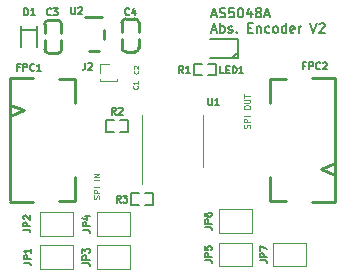
<source format=gbr>
%TF.GenerationSoftware,KiCad,Pcbnew,(6.0.7)*%
%TF.CreationDate,2025-07-27T15:57:52+08:00*%
%TF.ProjectId,Rotary_Encoder_AS5048A_V8,526f7461-7279-45f4-956e-636f6465725f,rev?*%
%TF.SameCoordinates,PXbebc200PY5f5e100*%
%TF.FileFunction,Legend,Top*%
%TF.FilePolarity,Positive*%
%FSLAX46Y46*%
G04 Gerber Fmt 4.6, Leading zero omitted, Abs format (unit mm)*
G04 Created by KiCad (PCBNEW (6.0.7)) date 2025-07-27 15:57:52*
%MOMM*%
%LPD*%
G01*
G04 APERTURE LIST*
%ADD10C,0.150000*%
%ADD11C,0.125000*%
%ADD12C,0.100000*%
%ADD13C,0.250000*%
%ADD14C,0.200000*%
%ADD15C,0.120000*%
%ADD16C,0.203200*%
G04 APERTURE END LIST*
D10*
X3329880Y10690667D02*
X3710833Y10690667D01*
X3253690Y10462096D02*
X3520357Y11262096D01*
X3787023Y10462096D01*
X4015595Y10500191D02*
X4129880Y10462096D01*
X4320357Y10462096D01*
X4396547Y10500191D01*
X4434642Y10538286D01*
X4472738Y10614477D01*
X4472738Y10690667D01*
X4434642Y10766858D01*
X4396547Y10804953D01*
X4320357Y10843048D01*
X4167976Y10881143D01*
X4091785Y10919239D01*
X4053690Y10957334D01*
X4015595Y11033524D01*
X4015595Y11109715D01*
X4053690Y11185905D01*
X4091785Y11224000D01*
X4167976Y11262096D01*
X4358452Y11262096D01*
X4472738Y11224000D01*
X5196547Y11262096D02*
X4815595Y11262096D01*
X4777500Y10881143D01*
X4815595Y10919239D01*
X4891785Y10957334D01*
X5082261Y10957334D01*
X5158452Y10919239D01*
X5196547Y10881143D01*
X5234642Y10804953D01*
X5234642Y10614477D01*
X5196547Y10538286D01*
X5158452Y10500191D01*
X5082261Y10462096D01*
X4891785Y10462096D01*
X4815595Y10500191D01*
X4777500Y10538286D01*
X5729880Y11262096D02*
X5806071Y11262096D01*
X5882261Y11224000D01*
X5920357Y11185905D01*
X5958452Y11109715D01*
X5996547Y10957334D01*
X5996547Y10766858D01*
X5958452Y10614477D01*
X5920357Y10538286D01*
X5882261Y10500191D01*
X5806071Y10462096D01*
X5729880Y10462096D01*
X5653690Y10500191D01*
X5615595Y10538286D01*
X5577500Y10614477D01*
X5539404Y10766858D01*
X5539404Y10957334D01*
X5577500Y11109715D01*
X5615595Y11185905D01*
X5653690Y11224000D01*
X5729880Y11262096D01*
X6682261Y10995429D02*
X6682261Y10462096D01*
X6491785Y11300191D02*
X6301309Y10728762D01*
X6796547Y10728762D01*
X7215595Y10919239D02*
X7139404Y10957334D01*
X7101309Y10995429D01*
X7063214Y11071620D01*
X7063214Y11109715D01*
X7101309Y11185905D01*
X7139404Y11224000D01*
X7215595Y11262096D01*
X7367976Y11262096D01*
X7444166Y11224000D01*
X7482261Y11185905D01*
X7520357Y11109715D01*
X7520357Y11071620D01*
X7482261Y10995429D01*
X7444166Y10957334D01*
X7367976Y10919239D01*
X7215595Y10919239D01*
X7139404Y10881143D01*
X7101309Y10843048D01*
X7063214Y10766858D01*
X7063214Y10614477D01*
X7101309Y10538286D01*
X7139404Y10500191D01*
X7215595Y10462096D01*
X7367976Y10462096D01*
X7444166Y10500191D01*
X7482261Y10538286D01*
X7520357Y10614477D01*
X7520357Y10766858D01*
X7482261Y10843048D01*
X7444166Y10881143D01*
X7367976Y10919239D01*
X7825119Y10690667D02*
X8206071Y10690667D01*
X7748928Y10462096D02*
X8015595Y11262096D01*
X8282261Y10462096D01*
X3329880Y9402667D02*
X3710833Y9402667D01*
X3253690Y9174096D02*
X3520357Y9974096D01*
X3787023Y9174096D01*
X4053690Y9174096D02*
X4053690Y9974096D01*
X4053690Y9669334D02*
X4129880Y9707429D01*
X4282261Y9707429D01*
X4358452Y9669334D01*
X4396547Y9631239D01*
X4434642Y9555048D01*
X4434642Y9326477D01*
X4396547Y9250286D01*
X4358452Y9212191D01*
X4282261Y9174096D01*
X4129880Y9174096D01*
X4053690Y9212191D01*
X4739404Y9212191D02*
X4815595Y9174096D01*
X4967976Y9174096D01*
X5044166Y9212191D01*
X5082261Y9288381D01*
X5082261Y9326477D01*
X5044166Y9402667D01*
X4967976Y9440762D01*
X4853690Y9440762D01*
X4777500Y9478858D01*
X4739404Y9555048D01*
X4739404Y9593143D01*
X4777500Y9669334D01*
X4853690Y9707429D01*
X4967976Y9707429D01*
X5044166Y9669334D01*
X5425119Y9250286D02*
X5463214Y9212191D01*
X5425119Y9174096D01*
X5387023Y9212191D01*
X5425119Y9250286D01*
X5425119Y9174096D01*
X6415595Y9593143D02*
X6682261Y9593143D01*
X6796547Y9174096D02*
X6415595Y9174096D01*
X6415595Y9974096D01*
X6796547Y9974096D01*
X7139404Y9707429D02*
X7139404Y9174096D01*
X7139404Y9631239D02*
X7177500Y9669334D01*
X7253690Y9707429D01*
X7367976Y9707429D01*
X7444166Y9669334D01*
X7482261Y9593143D01*
X7482261Y9174096D01*
X8206071Y9212191D02*
X8129880Y9174096D01*
X7977500Y9174096D01*
X7901309Y9212191D01*
X7863214Y9250286D01*
X7825119Y9326477D01*
X7825119Y9555048D01*
X7863214Y9631239D01*
X7901309Y9669334D01*
X7977500Y9707429D01*
X8129880Y9707429D01*
X8206071Y9669334D01*
X8663214Y9174096D02*
X8587023Y9212191D01*
X8548928Y9250286D01*
X8510833Y9326477D01*
X8510833Y9555048D01*
X8548928Y9631239D01*
X8587023Y9669334D01*
X8663214Y9707429D01*
X8777500Y9707429D01*
X8853690Y9669334D01*
X8891785Y9631239D01*
X8929880Y9555048D01*
X8929880Y9326477D01*
X8891785Y9250286D01*
X8853690Y9212191D01*
X8777500Y9174096D01*
X8663214Y9174096D01*
X9615595Y9174096D02*
X9615595Y9974096D01*
X9615595Y9212191D02*
X9539404Y9174096D01*
X9387023Y9174096D01*
X9310833Y9212191D01*
X9272738Y9250286D01*
X9234642Y9326477D01*
X9234642Y9555048D01*
X9272738Y9631239D01*
X9310833Y9669334D01*
X9387023Y9707429D01*
X9539404Y9707429D01*
X9615595Y9669334D01*
X10301309Y9212191D02*
X10225119Y9174096D01*
X10072738Y9174096D01*
X9996547Y9212191D01*
X9958452Y9288381D01*
X9958452Y9593143D01*
X9996547Y9669334D01*
X10072738Y9707429D01*
X10225119Y9707429D01*
X10301309Y9669334D01*
X10339404Y9593143D01*
X10339404Y9516953D01*
X9958452Y9440762D01*
X10682261Y9174096D02*
X10682261Y9707429D01*
X10682261Y9555048D02*
X10720357Y9631239D01*
X10758452Y9669334D01*
X10834642Y9707429D01*
X10910833Y9707429D01*
X11672738Y9974096D02*
X11939404Y9174096D01*
X12206071Y9974096D01*
X12434642Y9897905D02*
X12472738Y9936000D01*
X12548928Y9974096D01*
X12739404Y9974096D01*
X12815595Y9936000D01*
X12853690Y9897905D01*
X12891785Y9821715D01*
X12891785Y9745524D01*
X12853690Y9631239D01*
X12396547Y9174096D01*
X12891785Y9174096D01*
D11*
X-6207620Y-4893333D02*
X-6183810Y-4821904D01*
X-6183810Y-4702857D01*
X-6207620Y-4655238D01*
X-6231429Y-4631428D01*
X-6279048Y-4607619D01*
X-6326667Y-4607619D01*
X-6374286Y-4631428D01*
X-6398096Y-4655238D01*
X-6421905Y-4702857D01*
X-6445715Y-4798095D01*
X-6469524Y-4845714D01*
X-6493334Y-4869523D01*
X-6540953Y-4893333D01*
X-6588572Y-4893333D01*
X-6636191Y-4869523D01*
X-6660000Y-4845714D01*
X-6683810Y-4798095D01*
X-6683810Y-4679047D01*
X-6660000Y-4607619D01*
X-6183810Y-4393333D02*
X-6683810Y-4393333D01*
X-6683810Y-4202857D01*
X-6660000Y-4155238D01*
X-6636191Y-4131428D01*
X-6588572Y-4107619D01*
X-6517143Y-4107619D01*
X-6469524Y-4131428D01*
X-6445715Y-4155238D01*
X-6421905Y-4202857D01*
X-6421905Y-4393333D01*
X-6183810Y-3893333D02*
X-6683810Y-3893333D01*
X-6183810Y-3274285D02*
X-6683810Y-3274285D01*
X-6183810Y-3036190D02*
X-6683810Y-3036190D01*
X-6183810Y-2750476D01*
X-6683810Y-2750476D01*
X6522380Y1083334D02*
X6546190Y1154762D01*
X6546190Y1273810D01*
X6522380Y1321429D01*
X6498571Y1345239D01*
X6450952Y1369048D01*
X6403333Y1369048D01*
X6355714Y1345239D01*
X6331904Y1321429D01*
X6308095Y1273810D01*
X6284285Y1178572D01*
X6260476Y1130953D01*
X6236666Y1107143D01*
X6189047Y1083334D01*
X6141428Y1083334D01*
X6093809Y1107143D01*
X6070000Y1130953D01*
X6046190Y1178572D01*
X6046190Y1297620D01*
X6070000Y1369048D01*
X6546190Y1583334D02*
X6046190Y1583334D01*
X6046190Y1773810D01*
X6070000Y1821429D01*
X6093809Y1845239D01*
X6141428Y1869048D01*
X6212857Y1869048D01*
X6260476Y1845239D01*
X6284285Y1821429D01*
X6308095Y1773810D01*
X6308095Y1583334D01*
X6546190Y2083334D02*
X6046190Y2083334D01*
X6046190Y2797620D02*
X6046190Y2892858D01*
X6070000Y2940477D01*
X6117619Y2988096D01*
X6212857Y3011905D01*
X6379523Y3011905D01*
X6474761Y2988096D01*
X6522380Y2940477D01*
X6546190Y2892858D01*
X6546190Y2797620D01*
X6522380Y2750000D01*
X6474761Y2702381D01*
X6379523Y2678572D01*
X6212857Y2678572D01*
X6117619Y2702381D01*
X6070000Y2750000D01*
X6046190Y2797620D01*
X6046190Y3226191D02*
X6450952Y3226191D01*
X6498571Y3250000D01*
X6522380Y3273810D01*
X6546190Y3321429D01*
X6546190Y3416667D01*
X6522380Y3464286D01*
X6498571Y3488096D01*
X6450952Y3511905D01*
X6046190Y3511905D01*
X6046190Y3678572D02*
X6046190Y3964286D01*
X6546190Y3821429D02*
X6046190Y3821429D01*
D10*
%TO.C,U2*%
X-8577143Y11348572D02*
X-8577143Y10862858D01*
X-8548572Y10805715D01*
X-8520000Y10777143D01*
X-8462858Y10748572D01*
X-8348572Y10748572D01*
X-8291429Y10777143D01*
X-8262858Y10805715D01*
X-8234286Y10862858D01*
X-8234286Y11348572D01*
X-7977143Y11291429D02*
X-7948572Y11320000D01*
X-7891429Y11348572D01*
X-7748572Y11348572D01*
X-7691429Y11320000D01*
X-7662858Y11291429D01*
X-7634286Y11234286D01*
X-7634286Y11177143D01*
X-7662858Y11091429D01*
X-8005715Y10748572D01*
X-7634286Y10748572D01*
%TO.C,R1*%
X910000Y5768572D02*
X710000Y6054286D01*
X567142Y5768572D02*
X567142Y6368572D01*
X795714Y6368572D01*
X852857Y6340000D01*
X881428Y6311429D01*
X910000Y6254286D01*
X910000Y6168572D01*
X881428Y6111429D01*
X852857Y6082858D01*
X795714Y6054286D01*
X567142Y6054286D01*
X1481428Y5768572D02*
X1138571Y5768572D01*
X1310000Y5768572D02*
X1310000Y6368572D01*
X1252857Y6282858D01*
X1195714Y6225715D01*
X1138571Y6197143D01*
%TO.C,LED1*%
X4348571Y5728572D02*
X4062857Y5728572D01*
X4062857Y6328572D01*
X4548571Y6042858D02*
X4748571Y6042858D01*
X4834285Y5728572D02*
X4548571Y5728572D01*
X4548571Y6328572D01*
X4834285Y6328572D01*
X5091428Y5728572D02*
X5091428Y6328572D01*
X5234285Y6328572D01*
X5320000Y6300000D01*
X5377142Y6242858D01*
X5405714Y6185715D01*
X5434285Y6071429D01*
X5434285Y5985715D01*
X5405714Y5871429D01*
X5377142Y5814286D01*
X5320000Y5757143D01*
X5234285Y5728572D01*
X5091428Y5728572D01*
X6005714Y5728572D02*
X5662857Y5728572D01*
X5834285Y5728572D02*
X5834285Y6328572D01*
X5777142Y6242858D01*
X5720000Y6185715D01*
X5662857Y6157143D01*
%TO.C,JP7*%
X7411428Y-10100000D02*
X7840000Y-10100000D01*
X7925714Y-10128571D01*
X7982857Y-10185714D01*
X8011428Y-10271428D01*
X8011428Y-10328571D01*
X8011428Y-9814285D02*
X7411428Y-9814285D01*
X7411428Y-9585714D01*
X7440000Y-9528571D01*
X7468571Y-9500000D01*
X7525714Y-9471428D01*
X7611428Y-9471428D01*
X7668571Y-9500000D01*
X7697142Y-9528571D01*
X7725714Y-9585714D01*
X7725714Y-9814285D01*
X7411428Y-9271428D02*
X7411428Y-8871428D01*
X8011428Y-9128571D01*
%TO.C,D1*%
X-12542858Y10648572D02*
X-12542858Y11248572D01*
X-12400000Y11248572D01*
X-12314286Y11220000D01*
X-12257143Y11162858D01*
X-12228572Y11105715D01*
X-12200000Y10991429D01*
X-12200000Y10905715D01*
X-12228572Y10791429D01*
X-12257143Y10734286D01*
X-12314286Y10677143D01*
X-12400000Y10648572D01*
X-12542858Y10648572D01*
X-11628572Y10648572D02*
X-11971429Y10648572D01*
X-11800000Y10648572D02*
X-11800000Y11248572D01*
X-11857143Y11162858D01*
X-11914286Y11105715D01*
X-11971429Y11077143D01*
%TO.C,C4*%
X-3660000Y10725715D02*
X-3688572Y10697143D01*
X-3774286Y10668572D01*
X-3831429Y10668572D01*
X-3917143Y10697143D01*
X-3974286Y10754286D01*
X-4002858Y10811429D01*
X-4031429Y10925715D01*
X-4031429Y11011429D01*
X-4002858Y11125715D01*
X-3974286Y11182858D01*
X-3917143Y11240000D01*
X-3831429Y11268572D01*
X-3774286Y11268572D01*
X-3688572Y11240000D01*
X-3660000Y11211429D01*
X-3145715Y11068572D02*
X-3145715Y10668572D01*
X-3288572Y11297143D02*
X-3431429Y10868572D01*
X-3060000Y10868572D01*
%TO.C,C3*%
X-10290000Y10695715D02*
X-10318572Y10667143D01*
X-10404286Y10638572D01*
X-10461429Y10638572D01*
X-10547143Y10667143D01*
X-10604286Y10724286D01*
X-10632858Y10781429D01*
X-10661429Y10895715D01*
X-10661429Y10981429D01*
X-10632858Y11095715D01*
X-10604286Y11152858D01*
X-10547143Y11210000D01*
X-10461429Y11238572D01*
X-10404286Y11238572D01*
X-10318572Y11210000D01*
X-10290000Y11181429D01*
X-10090000Y11238572D02*
X-9718572Y11238572D01*
X-9918572Y11010000D01*
X-9832858Y11010000D01*
X-9775715Y10981429D01*
X-9747143Y10952858D01*
X-9718572Y10895715D01*
X-9718572Y10752858D01*
X-9747143Y10695715D01*
X-9775715Y10667143D01*
X-9832858Y10638572D01*
X-10004286Y10638572D01*
X-10061429Y10667143D01*
X-10090000Y10695715D01*
%TO.C,R2*%
X-4800000Y2228572D02*
X-5000000Y2514286D01*
X-5142858Y2228572D02*
X-5142858Y2828572D01*
X-4914286Y2828572D01*
X-4857143Y2800000D01*
X-4828572Y2771429D01*
X-4800000Y2714286D01*
X-4800000Y2628572D01*
X-4828572Y2571429D01*
X-4857143Y2542858D01*
X-4914286Y2514286D01*
X-5142858Y2514286D01*
X-4571429Y2771429D02*
X-4542858Y2800000D01*
X-4485715Y2828572D01*
X-4342858Y2828572D01*
X-4285715Y2800000D01*
X-4257143Y2771429D01*
X-4228572Y2714286D01*
X-4228572Y2657143D01*
X-4257143Y2571429D01*
X-4600000Y2228572D01*
X-4228572Y2228572D01*
%TO.C,J2*%
X-7380000Y6638572D02*
X-7380000Y6210000D01*
X-7408572Y6124286D01*
X-7465715Y6067143D01*
X-7551429Y6038572D01*
X-7608572Y6038572D01*
X-7122858Y6581429D02*
X-7094286Y6610000D01*
X-7037143Y6638572D01*
X-6894286Y6638572D01*
X-6837143Y6610000D01*
X-6808572Y6581429D01*
X-6780000Y6524286D01*
X-6780000Y6467143D01*
X-6808572Y6381429D01*
X-7151429Y6038572D01*
X-6780000Y6038572D01*
%TO.C,JP3*%
X-7618572Y-10320000D02*
X-7190000Y-10320000D01*
X-7104286Y-10348571D01*
X-7047143Y-10405714D01*
X-7018572Y-10491428D01*
X-7018572Y-10548571D01*
X-7018572Y-10034285D02*
X-7618572Y-10034285D01*
X-7618572Y-9805714D01*
X-7590000Y-9748571D01*
X-7561429Y-9720000D01*
X-7504286Y-9691428D01*
X-7418572Y-9691428D01*
X-7361429Y-9720000D01*
X-7332858Y-9748571D01*
X-7304286Y-9805714D01*
X-7304286Y-10034285D01*
X-7618572Y-9491428D02*
X-7618572Y-9120000D01*
X-7390000Y-9320000D01*
X-7390000Y-9234285D01*
X-7361429Y-9177142D01*
X-7332858Y-9148571D01*
X-7275715Y-9120000D01*
X-7132858Y-9120000D01*
X-7075715Y-9148571D01*
X-7047143Y-9177142D01*
X-7018572Y-9234285D01*
X-7018572Y-9405714D01*
X-7047143Y-9462857D01*
X-7075715Y-9491428D01*
%TO.C,JP1*%
X-12603572Y-10300000D02*
X-12175000Y-10300000D01*
X-12089286Y-10328571D01*
X-12032143Y-10385714D01*
X-12003572Y-10471428D01*
X-12003572Y-10528571D01*
X-12003572Y-10014285D02*
X-12603572Y-10014285D01*
X-12603572Y-9785714D01*
X-12575000Y-9728571D01*
X-12546429Y-9700000D01*
X-12489286Y-9671428D01*
X-12403572Y-9671428D01*
X-12346429Y-9700000D01*
X-12317858Y-9728571D01*
X-12289286Y-9785714D01*
X-12289286Y-10014285D01*
X-12003572Y-9100000D02*
X-12003572Y-9442857D01*
X-12003572Y-9271428D02*
X-12603572Y-9271428D01*
X-12517858Y-9328571D01*
X-12460715Y-9385714D01*
X-12432143Y-9442857D01*
%TO.C,FPC1*%
X-12940000Y6262858D02*
X-13140000Y6262858D01*
X-13140000Y5948572D02*
X-13140000Y6548572D01*
X-12854286Y6548572D01*
X-12625715Y5948572D02*
X-12625715Y6548572D01*
X-12397143Y6548572D01*
X-12340000Y6520000D01*
X-12311429Y6491429D01*
X-12282858Y6434286D01*
X-12282858Y6348572D01*
X-12311429Y6291429D01*
X-12340000Y6262858D01*
X-12397143Y6234286D01*
X-12625715Y6234286D01*
X-11682858Y6005715D02*
X-11711429Y5977143D01*
X-11797143Y5948572D01*
X-11854286Y5948572D01*
X-11940000Y5977143D01*
X-11997143Y6034286D01*
X-12025715Y6091429D01*
X-12054286Y6205715D01*
X-12054286Y6291429D01*
X-12025715Y6405715D01*
X-11997143Y6462858D01*
X-11940000Y6520000D01*
X-11854286Y6548572D01*
X-11797143Y6548572D01*
X-11711429Y6520000D01*
X-11682858Y6491429D01*
X-11111429Y5948572D02*
X-11454286Y5948572D01*
X-11282858Y5948572D02*
X-11282858Y6548572D01*
X-11340000Y6462858D01*
X-11397143Y6405715D01*
X-11454286Y6377143D01*
%TO.C,JP2*%
X-12628572Y-7500000D02*
X-12200000Y-7500000D01*
X-12114286Y-7528571D01*
X-12057143Y-7585714D01*
X-12028572Y-7671428D01*
X-12028572Y-7728571D01*
X-12028572Y-7214285D02*
X-12628572Y-7214285D01*
X-12628572Y-6985714D01*
X-12600000Y-6928571D01*
X-12571429Y-6900000D01*
X-12514286Y-6871428D01*
X-12428572Y-6871428D01*
X-12371429Y-6900000D01*
X-12342858Y-6928571D01*
X-12314286Y-6985714D01*
X-12314286Y-7214285D01*
X-12571429Y-6642857D02*
X-12600000Y-6614285D01*
X-12628572Y-6557142D01*
X-12628572Y-6414285D01*
X-12600000Y-6357142D01*
X-12571429Y-6328571D01*
X-12514286Y-6300000D01*
X-12457143Y-6300000D01*
X-12371429Y-6328571D01*
X-12028572Y-6671428D01*
X-12028572Y-6300000D01*
%TO.C,JP6*%
X2731428Y-7270000D02*
X3160000Y-7270000D01*
X3245714Y-7298571D01*
X3302857Y-7355714D01*
X3331428Y-7441428D01*
X3331428Y-7498571D01*
X3331428Y-6984285D02*
X2731428Y-6984285D01*
X2731428Y-6755714D01*
X2760000Y-6698571D01*
X2788571Y-6670000D01*
X2845714Y-6641428D01*
X2931428Y-6641428D01*
X2988571Y-6670000D01*
X3017142Y-6698571D01*
X3045714Y-6755714D01*
X3045714Y-6984285D01*
X2731428Y-6127142D02*
X2731428Y-6241428D01*
X2760000Y-6298571D01*
X2788571Y-6327142D01*
X2874285Y-6384285D01*
X2988571Y-6412857D01*
X3217142Y-6412857D01*
X3274285Y-6384285D01*
X3302857Y-6355714D01*
X3331428Y-6298571D01*
X3331428Y-6184285D01*
X3302857Y-6127142D01*
X3274285Y-6098571D01*
X3217142Y-6070000D01*
X3074285Y-6070000D01*
X3017142Y-6098571D01*
X2988571Y-6127142D01*
X2960000Y-6184285D01*
X2960000Y-6298571D01*
X2988571Y-6355714D01*
X3017142Y-6384285D01*
X3074285Y-6412857D01*
D12*
%TO.C,C1*%
X-2977143Y4663334D02*
X-2958096Y4644286D01*
X-2939048Y4587143D01*
X-2939048Y4549048D01*
X-2958096Y4491905D01*
X-2996191Y4453810D01*
X-3034286Y4434762D01*
X-3110477Y4415715D01*
X-3167620Y4415715D01*
X-3243810Y4434762D01*
X-3281905Y4453810D01*
X-3320000Y4491905D01*
X-3339048Y4549048D01*
X-3339048Y4587143D01*
X-3320000Y4644286D01*
X-3300953Y4663334D01*
X-2939048Y5044286D02*
X-2939048Y4815715D01*
X-2939048Y4930000D02*
X-3339048Y4930000D01*
X-3281905Y4891905D01*
X-3243810Y4853810D01*
X-3224762Y4815715D01*
%TO.C,C2*%
X-2927143Y5963334D02*
X-2908096Y5944286D01*
X-2889048Y5887143D01*
X-2889048Y5849048D01*
X-2908096Y5791905D01*
X-2946191Y5753810D01*
X-2984286Y5734762D01*
X-3060477Y5715715D01*
X-3117620Y5715715D01*
X-3193810Y5734762D01*
X-3231905Y5753810D01*
X-3270000Y5791905D01*
X-3289048Y5849048D01*
X-3289048Y5887143D01*
X-3270000Y5944286D01*
X-3250953Y5963334D01*
X-3250953Y6115715D02*
X-3270000Y6134762D01*
X-3289048Y6172858D01*
X-3289048Y6268096D01*
X-3270000Y6306191D01*
X-3250953Y6325239D01*
X-3212858Y6344286D01*
X-3174762Y6344286D01*
X-3117620Y6325239D01*
X-2889048Y6096667D01*
X-2889048Y6344286D01*
D10*
%TO.C,JP4*%
X-7598572Y-7520000D02*
X-7170000Y-7520000D01*
X-7084286Y-7548571D01*
X-7027143Y-7605714D01*
X-6998572Y-7691428D01*
X-6998572Y-7748571D01*
X-6998572Y-7234285D02*
X-7598572Y-7234285D01*
X-7598572Y-7005714D01*
X-7570000Y-6948571D01*
X-7541429Y-6920000D01*
X-7484286Y-6891428D01*
X-7398572Y-6891428D01*
X-7341429Y-6920000D01*
X-7312858Y-6948571D01*
X-7284286Y-7005714D01*
X-7284286Y-7234285D01*
X-7398572Y-6377142D02*
X-6998572Y-6377142D01*
X-7627143Y-6520000D02*
X-7198572Y-6662857D01*
X-7198572Y-6291428D01*
%TO.C,JP5*%
X2721428Y-10100000D02*
X3150000Y-10100000D01*
X3235714Y-10128571D01*
X3292857Y-10185714D01*
X3321428Y-10271428D01*
X3321428Y-10328571D01*
X3321428Y-9814285D02*
X2721428Y-9814285D01*
X2721428Y-9585714D01*
X2750000Y-9528571D01*
X2778571Y-9500000D01*
X2835714Y-9471428D01*
X2921428Y-9471428D01*
X2978571Y-9500000D01*
X3007142Y-9528571D01*
X3035714Y-9585714D01*
X3035714Y-9814285D01*
X2721428Y-8928571D02*
X2721428Y-9214285D01*
X3007142Y-9242857D01*
X2978571Y-9214285D01*
X2950000Y-9157142D01*
X2950000Y-9014285D01*
X2978571Y-8957142D01*
X3007142Y-8928571D01*
X3064285Y-8900000D01*
X3207142Y-8900000D01*
X3264285Y-8928571D01*
X3292857Y-8957142D01*
X3321428Y-9014285D01*
X3321428Y-9157142D01*
X3292857Y-9214285D01*
X3264285Y-9242857D01*
%TO.C,FPC2*%
X11260000Y6372858D02*
X11060000Y6372858D01*
X11060000Y6058572D02*
X11060000Y6658572D01*
X11345714Y6658572D01*
X11574285Y6058572D02*
X11574285Y6658572D01*
X11802857Y6658572D01*
X11860000Y6630000D01*
X11888571Y6601429D01*
X11917142Y6544286D01*
X11917142Y6458572D01*
X11888571Y6401429D01*
X11860000Y6372858D01*
X11802857Y6344286D01*
X11574285Y6344286D01*
X12517142Y6115715D02*
X12488571Y6087143D01*
X12402857Y6058572D01*
X12345714Y6058572D01*
X12260000Y6087143D01*
X12202857Y6144286D01*
X12174285Y6201429D01*
X12145714Y6315715D01*
X12145714Y6401429D01*
X12174285Y6515715D01*
X12202857Y6572858D01*
X12260000Y6630000D01*
X12345714Y6658572D01*
X12402857Y6658572D01*
X12488571Y6630000D01*
X12517142Y6601429D01*
X12745714Y6601429D02*
X12774285Y6630000D01*
X12831428Y6658572D01*
X12974285Y6658572D01*
X13031428Y6630000D01*
X13060000Y6601429D01*
X13088571Y6544286D01*
X13088571Y6487143D01*
X13060000Y6401429D01*
X12717142Y6058572D01*
X13088571Y6058572D01*
%TO.C,R3*%
X-4380000Y-5221428D02*
X-4580000Y-4935714D01*
X-4722858Y-5221428D02*
X-4722858Y-4621428D01*
X-4494286Y-4621428D01*
X-4437143Y-4650000D01*
X-4408572Y-4678571D01*
X-4380000Y-4735714D01*
X-4380000Y-4821428D01*
X-4408572Y-4878571D01*
X-4437143Y-4907142D01*
X-4494286Y-4935714D01*
X-4722858Y-4935714D01*
X-4180000Y-4621428D02*
X-3808572Y-4621428D01*
X-4008572Y-4850000D01*
X-3922858Y-4850000D01*
X-3865715Y-4878571D01*
X-3837143Y-4907142D01*
X-3808572Y-4964285D01*
X-3808572Y-5107142D01*
X-3837143Y-5164285D01*
X-3865715Y-5192857D01*
X-3922858Y-5221428D01*
X-4094286Y-5221428D01*
X-4151429Y-5192857D01*
X-4180000Y-5164285D01*
%TO.C,U1*%
X3022857Y3628572D02*
X3022857Y3142858D01*
X3051428Y3085715D01*
X3080000Y3057143D01*
X3137142Y3028572D01*
X3251428Y3028572D01*
X3308571Y3057143D01*
X3337142Y3085715D01*
X3365714Y3142858D01*
X3365714Y3628572D01*
X3965714Y3028572D02*
X3622857Y3028572D01*
X3794285Y3028572D02*
X3794285Y3628572D01*
X3737142Y3542858D01*
X3680000Y3485715D01*
X3622857Y3457143D01*
%TO.C,*%
D13*
%TO.C,U2*%
X-5790000Y9370000D02*
X-5790000Y8610000D01*
X-6260000Y7590000D02*
X-7100000Y7590000D01*
X-5980000Y10510000D02*
X-7380000Y10510000D01*
D10*
%TO.C,R1*%
X2540000Y5550000D02*
X1830000Y5550000D01*
X1830000Y5550000D02*
X1830000Y6550000D01*
X1830000Y6550000D02*
X2540000Y6550000D01*
X3000000Y5550000D02*
X3710000Y5550000D01*
X3710000Y5550000D02*
X3710000Y6550000D01*
X3710000Y6550000D02*
X3000000Y6550000D01*
D14*
%TO.C,LED1*%
X5464000Y7469000D02*
X5083000Y7088000D01*
X5515000Y8675000D02*
X3190000Y8675000D01*
X5515000Y7025000D02*
X5515000Y8675000D01*
X3190000Y7025000D02*
X5515000Y7025000D01*
D15*
%TO.C,JP7*%
X8545000Y-10600000D02*
X8545000Y-8600000D01*
X11345000Y-10600000D02*
X8545000Y-10600000D01*
X11345000Y-8600000D02*
X11345000Y-10600000D01*
X8545000Y-8600000D02*
X11345000Y-8600000D01*
D16*
%TO.C,D1*%
X-11490000Y9780000D02*
X-11490000Y9380000D01*
X-11490000Y9380000D02*
X-11490000Y7980000D01*
X-12790000Y9780000D02*
X-12790000Y9380000D01*
X-12790000Y9380000D02*
X-12790000Y7980000D01*
X-11490000Y9380000D02*
X-12790000Y9380000D01*
D13*
%TO.C,C4*%
X-2860000Y8680000D02*
X-2860000Y7880000D01*
X-2860000Y9240000D02*
X-2860000Y10040000D01*
X-4280000Y8680000D02*
X-4280000Y7880000D01*
X-4280000Y9240000D02*
X-4280000Y10040000D01*
X-3170000Y7570000D02*
X-3970000Y7570000D01*
X-3970000Y10350000D02*
X-3170000Y10350000D01*
X-3970000Y10350000D02*
G75*
G03*
X-4280000Y10040000I0J-310000D01*
G01*
X-2860000Y10040000D02*
G75*
G03*
X-3170000Y10350000I-310000J0D01*
G01*
X-3170000Y7570000D02*
G75*
G03*
X-2860000Y7880000I0J310000D01*
G01*
X-4280000Y7880000D02*
G75*
G03*
X-3970000Y7570000I310000J0D01*
G01*
%TO.C,C3*%
X-10820000Y9110000D02*
X-10820000Y9910000D01*
X-10820000Y8550000D02*
X-10820000Y7750000D01*
X-9400000Y9110000D02*
X-9400000Y9910000D01*
X-9400000Y8550000D02*
X-9400000Y7750000D01*
X-10510000Y10220000D02*
X-9710000Y10220000D01*
X-9710000Y7440000D02*
X-10510000Y7440000D01*
X-9710000Y7440000D02*
G75*
G03*
X-9400000Y7750000I0J310000D01*
G01*
X-10820000Y7750000D02*
G75*
G03*
X-10510000Y7440000I310000J0D01*
G01*
X-10510000Y10220000D02*
G75*
G03*
X-10820000Y9910000I0J-310000D01*
G01*
X-9400000Y9910000D02*
G75*
G03*
X-9710000Y10220000I-310000J0D01*
G01*
D10*
%TO.C,R2*%
X-4470000Y1800000D02*
X-3760000Y1800000D01*
X-5640000Y1800000D02*
X-5640000Y800000D01*
X-5640000Y800000D02*
X-4930000Y800000D01*
X-4930000Y1800000D02*
X-5640000Y1800000D01*
X-3760000Y800000D02*
X-4470000Y800000D01*
X-3760000Y1800000D02*
X-3760000Y800000D01*
D15*
%TO.C,J2*%
X-6095000Y5115000D02*
X-6095000Y5240000D01*
X-6095000Y5115000D02*
X-4705000Y5115000D01*
X-4705000Y5115000D02*
X-4705000Y5240000D01*
X-4791724Y5115000D02*
X-4705000Y5115000D01*
X-6095000Y6485000D02*
X-5400000Y6485000D01*
X-6095000Y5115000D02*
X-6008276Y5115000D01*
X-6095000Y5800000D02*
X-6095000Y6485000D01*
%TO.C,JP3*%
X-3570000Y-10810000D02*
X-6370000Y-10810000D01*
X-6370000Y-8810000D02*
X-3570000Y-8810000D01*
X-6370000Y-10810000D02*
X-6370000Y-8810000D01*
X-3570000Y-8810000D02*
X-3570000Y-10810000D01*
%TO.C,JP1*%
X-8400000Y-10800000D02*
X-11200000Y-10800000D01*
X-8400000Y-8800000D02*
X-8400000Y-10800000D01*
X-11200000Y-10800000D02*
X-11200000Y-8800000D01*
X-11200000Y-8800000D02*
X-8400000Y-8800000D01*
D13*
%TO.C,FPC1*%
X-11782500Y5350000D02*
X-13782500Y5350000D01*
X-8522500Y5280000D02*
X-9592500Y5280000D01*
X-8292500Y-5080000D02*
X-9362500Y-5080000D01*
X-8522500Y-5080000D02*
X-9592500Y-5080000D01*
X-8292500Y5280000D02*
X-9362500Y5280000D01*
X-12572500Y2590000D02*
X-13782500Y3090000D01*
X-13772500Y2100000D02*
X-12572500Y2590000D01*
X-11782500Y-5150000D02*
X-13782500Y-5150000D01*
X-8292500Y-3030000D02*
X-8292500Y-5080000D01*
X-8292500Y5280000D02*
X-8292500Y3230000D01*
X-13782500Y5350000D02*
X-13782500Y-5030000D01*
D15*
%TO.C,JP2*%
X-8400000Y-8000000D02*
X-11200000Y-8000000D01*
X-11200000Y-6000000D02*
X-8400000Y-6000000D01*
X-11200000Y-8000000D02*
X-11200000Y-6000000D01*
X-8400000Y-6000000D02*
X-8400000Y-8000000D01*
%TO.C,JP6*%
X6760000Y-7770000D02*
X3960000Y-7770000D01*
X6760000Y-5770000D02*
X6760000Y-7770000D01*
X3960000Y-5770000D02*
X6760000Y-5770000D01*
X3960000Y-7770000D02*
X3960000Y-5770000D01*
%TO.C,JP4*%
X-6370000Y-6020000D02*
X-3570000Y-6020000D01*
X-3570000Y-8020000D02*
X-6370000Y-8020000D01*
X-6370000Y-8020000D02*
X-6370000Y-6020000D01*
X-3570000Y-6020000D02*
X-3570000Y-8020000D01*
%TO.C,JP5*%
X6750000Y-10600000D02*
X3950000Y-10600000D01*
X3950000Y-8600000D02*
X6750000Y-8600000D01*
X6750000Y-8600000D02*
X6750000Y-10600000D01*
X3950000Y-10600000D02*
X3950000Y-8600000D01*
D13*
%TO.C,FPC2*%
X13782500Y-5150000D02*
X13782500Y5230000D01*
X8292500Y3230000D02*
X8292500Y5280000D01*
X12572500Y-2390000D02*
X13782500Y-2890000D01*
X11782500Y5350000D02*
X13782500Y5350000D01*
X8292500Y-5080000D02*
X9362500Y-5080000D01*
X11782500Y-5150000D02*
X13782500Y-5150000D01*
X8522500Y5280000D02*
X9592500Y5280000D01*
X8292500Y5280000D02*
X9362500Y5280000D01*
X8292500Y-5080000D02*
X8292500Y-3030000D01*
X8522500Y-5080000D02*
X9592500Y-5080000D01*
X13772500Y-1900000D02*
X12572500Y-2390000D01*
D10*
%TO.C,R3*%
X-3520000Y-5410000D02*
X-3520000Y-4410000D01*
X-3520000Y-4410000D02*
X-2810000Y-4410000D01*
X-2350000Y-5410000D02*
X-1640000Y-5410000D01*
X-1640000Y-4410000D02*
X-2350000Y-4410000D01*
X-2810000Y-5410000D02*
X-3520000Y-5410000D01*
X-1640000Y-5410000D02*
X-1640000Y-4410000D01*
D15*
%TO.C,U1*%
X2610000Y0D02*
X2610000Y-2200000D01*
X2610000Y0D02*
X2610000Y2200000D01*
X-2610000Y0D02*
X-2610000Y-3600000D01*
X-2610000Y0D02*
X-2610000Y2200000D01*
%TD*%
M02*

</source>
